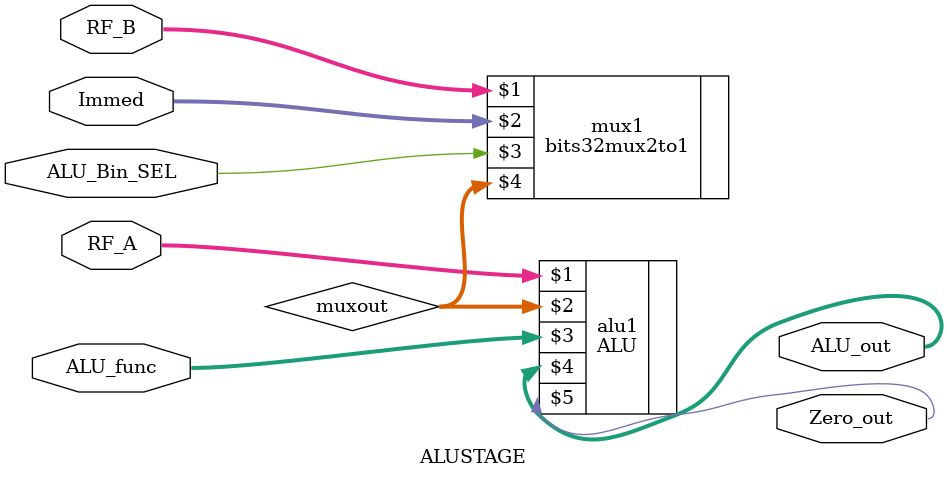
<source format=v>
`timescale 1ns / 1ps
`ifndef BITS32MUX2TO1_V
  `include "bits32mux2to1.v"
  `define BITS32MUX2TO1_V
`endif
`ifndef ALU_V
  `include "Alu.v"
  `define ALU_V
`endif
//what about zero output of the alu
module ALUSTAGE(
    input [31:0] RF_A,
    input [31:0] RF_B,
    input [31:0] Immed,
    input  ALU_Bin_SEL,
    input [3:0] ALU_func,
    output [31:0] ALU_out,
	 output Zero_out
    );//
	 //ALU_Bin_SEL = 0 MEANS RF_B  = 1 MEANS IMMED
	 //creating a wire to put the output of the mux
	 wire [31:0] muxout;
	 //creating the instance of the mux 
	 bits32mux2to1 mux1(RF_B,Immed,ALU_Bin_SEL,muxout);
	 //creating the alu
	 ALU alu1(RF_A,muxout,ALU_func,ALU_out,Zero_out);
	 


endmodule

</source>
